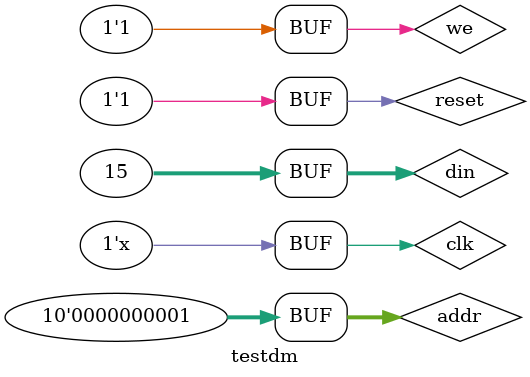
<source format=v>
`timescale 1ns / 1ps


module testdm;

	// Inputs
	reg [11:2] addr;
	reg [31:0] din;
	reg we;
	reg clk;
	reg reset;

	// Outputs
	wire [31:0] dout;

	// Instantiate the Unit Under Test (UUT)
	dm_4k uut (
		.addr(addr), 
		.din(din), 
		.we(we), 
		.clk(clk), 
		.dout(dout), 
		.reset(reset)
	);

	initial begin
		// Initialize Inputs
		addr = 10'b00_0000_0001;
		din = 32'b0000_0000_0000_0000_0000_0000_0000_1111;
		we = 1;
		#0 clk = 0;
		reset = 0;
		#5 reset=1'b1;
		// Wait 100 ns for global reset to finish
		//#100;
        
		// Add stimulus here
	end
      always #10 clk=~clk;
endmodule


</source>
